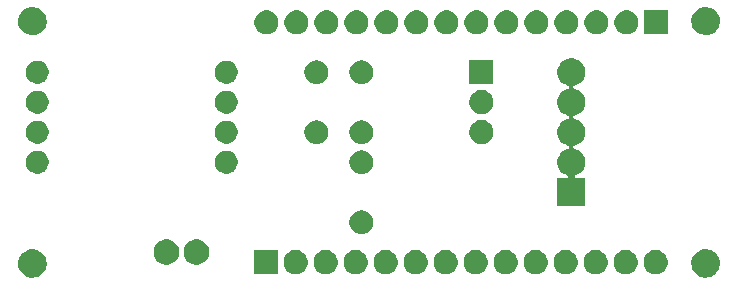
<source format=gbs>
G04 #@! TF.GenerationSoftware,KiCad,Pcbnew,(5.1.6)-1*
G04 #@! TF.CreationDate,2020-05-27T17:56:15-07:00*
G04 #@! TF.ProjectId,MKRShield_v1,4d4b5253-6869-4656-9c64-5f76312e6b69,0.1*
G04 #@! TF.SameCoordinates,Original*
G04 #@! TF.FileFunction,Soldermask,Bot*
G04 #@! TF.FilePolarity,Negative*
%FSLAX46Y46*%
G04 Gerber Fmt 4.6, Leading zero omitted, Abs format (unit mm)*
G04 Created by KiCad (PCBNEW (5.1.6)-1) date 2020-05-27 17:56:15*
%MOMM*%
%LPD*%
G01*
G04 APERTURE LIST*
%ADD10C,0.100000*%
G04 APERTURE END LIST*
D10*
G36*
X116937479Y-116460100D02*
G01*
X117172855Y-116436917D01*
X117399187Y-116368261D01*
X117607774Y-116256768D01*
X117790603Y-116106724D01*
X117940647Y-115923895D01*
X118052140Y-115715308D01*
X118143979Y-115253600D01*
X118120796Y-115018224D01*
X118052140Y-114791892D01*
X117940647Y-114583305D01*
X117790603Y-114400476D01*
X117607774Y-114250432D01*
X117399187Y-114138939D01*
X116937479Y-114047100D01*
X116702103Y-114070283D01*
X116475771Y-114138939D01*
X116267184Y-114250432D01*
X116084355Y-114400476D01*
X115934311Y-114583305D01*
X115822818Y-114791892D01*
X115730979Y-115253600D01*
X115754162Y-115488976D01*
X115822818Y-115715308D01*
X115934311Y-115923895D01*
X116084355Y-116106724D01*
X116267184Y-116256768D01*
X116475771Y-116368261D01*
X116937479Y-116460100D01*
G37*
G36*
X116937479Y-95960100D02*
G01*
X117172855Y-95936917D01*
X117399187Y-95868261D01*
X117607774Y-95756768D01*
X117790603Y-95606724D01*
X117940647Y-95423895D01*
X118052140Y-95215308D01*
X118143979Y-94753600D01*
X118120796Y-94518224D01*
X118052140Y-94291892D01*
X117940647Y-94083305D01*
X117790603Y-93900476D01*
X117607774Y-93750432D01*
X117399187Y-93638939D01*
X116937479Y-93547100D01*
X116702103Y-93570283D01*
X116475771Y-93638939D01*
X116267184Y-93750432D01*
X116084355Y-93900476D01*
X115934311Y-94083305D01*
X115822818Y-94291892D01*
X115730979Y-94753600D01*
X115754162Y-94988976D01*
X115822818Y-95215308D01*
X115934311Y-95423895D01*
X116084355Y-95606724D01*
X116267184Y-95756768D01*
X116475771Y-95868261D01*
X116937479Y-95960100D01*
G37*
G36*
X173937479Y-95960100D02*
G01*
X174172855Y-95936917D01*
X174399187Y-95868261D01*
X174607774Y-95756768D01*
X174790603Y-95606724D01*
X174940647Y-95423895D01*
X175052140Y-95215308D01*
X175143979Y-94753600D01*
X175120796Y-94518224D01*
X175052140Y-94291892D01*
X174940647Y-94083305D01*
X174790603Y-93900476D01*
X174607774Y-93750432D01*
X174399187Y-93638939D01*
X173937479Y-93547100D01*
X173702103Y-93570283D01*
X173475771Y-93638939D01*
X173267184Y-93750432D01*
X173084355Y-93900476D01*
X172934311Y-94083305D01*
X172822818Y-94291892D01*
X172730979Y-94753600D01*
X172754162Y-94988976D01*
X172822818Y-95215308D01*
X172934311Y-95423895D01*
X173084355Y-95606724D01*
X173267184Y-95756768D01*
X173475771Y-95868261D01*
X173937479Y-95960100D01*
G37*
G36*
X173937479Y-116460100D02*
G01*
X174172855Y-116436917D01*
X174399187Y-116368261D01*
X174607774Y-116256768D01*
X174790603Y-116106724D01*
X174940647Y-115923895D01*
X175052140Y-115715308D01*
X175143979Y-115253600D01*
X175120796Y-115018224D01*
X175052140Y-114791892D01*
X174940647Y-114583305D01*
X174790603Y-114400476D01*
X174607774Y-114250432D01*
X174399187Y-114138939D01*
X173937479Y-114047100D01*
X173702103Y-114070283D01*
X173475771Y-114138939D01*
X173267184Y-114250432D01*
X173084355Y-114400476D01*
X172934311Y-114583305D01*
X172822818Y-114791892D01*
X172730979Y-115253600D01*
X172754162Y-115488976D01*
X172822818Y-115715308D01*
X172934311Y-115923895D01*
X173084355Y-116106724D01*
X173267184Y-116256768D01*
X173475771Y-116368261D01*
X173937479Y-116460100D01*
G37*
G36*
X162256963Y-114138130D02*
G01*
X162388982Y-114164390D01*
X162575520Y-114241656D01*
X162743400Y-114353830D01*
X162886170Y-114496600D01*
X162998344Y-114664480D01*
X163075610Y-114851018D01*
X163075610Y-114851020D01*
X163115000Y-115049045D01*
X163115000Y-115250955D01*
X163101870Y-115316963D01*
X163075610Y-115448982D01*
X162998344Y-115635520D01*
X162886170Y-115803400D01*
X162743400Y-115946170D01*
X162575520Y-116058344D01*
X162388982Y-116135610D01*
X162256963Y-116161870D01*
X162190955Y-116175000D01*
X161989045Y-116175000D01*
X161923037Y-116161870D01*
X161791018Y-116135610D01*
X161604480Y-116058344D01*
X161436600Y-115946170D01*
X161293830Y-115803400D01*
X161181656Y-115635520D01*
X161104390Y-115448982D01*
X161078130Y-115316963D01*
X161065000Y-115250955D01*
X161065000Y-115049045D01*
X161104390Y-114851020D01*
X161104390Y-114851018D01*
X161181656Y-114664480D01*
X161293830Y-114496600D01*
X161436600Y-114353830D01*
X161604480Y-114241656D01*
X161791018Y-114164390D01*
X161923037Y-114138130D01*
X161989045Y-114125000D01*
X162190955Y-114125000D01*
X162256963Y-114138130D01*
G37*
G36*
X167336963Y-114138130D02*
G01*
X167468982Y-114164390D01*
X167655520Y-114241656D01*
X167823400Y-114353830D01*
X167966170Y-114496600D01*
X168078344Y-114664480D01*
X168155610Y-114851018D01*
X168155610Y-114851020D01*
X168195000Y-115049045D01*
X168195000Y-115250955D01*
X168181870Y-115316963D01*
X168155610Y-115448982D01*
X168078344Y-115635520D01*
X167966170Y-115803400D01*
X167823400Y-115946170D01*
X167655520Y-116058344D01*
X167468982Y-116135610D01*
X167336963Y-116161870D01*
X167270955Y-116175000D01*
X167069045Y-116175000D01*
X167003037Y-116161870D01*
X166871018Y-116135610D01*
X166684480Y-116058344D01*
X166516600Y-115946170D01*
X166373830Y-115803400D01*
X166261656Y-115635520D01*
X166184390Y-115448982D01*
X166158130Y-115316963D01*
X166145000Y-115250955D01*
X166145000Y-115049045D01*
X166184390Y-114851020D01*
X166184390Y-114851018D01*
X166261656Y-114664480D01*
X166373830Y-114496600D01*
X166516600Y-114353830D01*
X166684480Y-114241656D01*
X166871018Y-114164390D01*
X167003037Y-114138130D01*
X167069045Y-114125000D01*
X167270955Y-114125000D01*
X167336963Y-114138130D01*
G37*
G36*
X164796963Y-114138130D02*
G01*
X164928982Y-114164390D01*
X165115520Y-114241656D01*
X165283400Y-114353830D01*
X165426170Y-114496600D01*
X165538344Y-114664480D01*
X165615610Y-114851018D01*
X165615610Y-114851020D01*
X165655000Y-115049045D01*
X165655000Y-115250955D01*
X165641870Y-115316963D01*
X165615610Y-115448982D01*
X165538344Y-115635520D01*
X165426170Y-115803400D01*
X165283400Y-115946170D01*
X165115520Y-116058344D01*
X164928982Y-116135610D01*
X164796963Y-116161870D01*
X164730955Y-116175000D01*
X164529045Y-116175000D01*
X164463037Y-116161870D01*
X164331018Y-116135610D01*
X164144480Y-116058344D01*
X163976600Y-115946170D01*
X163833830Y-115803400D01*
X163721656Y-115635520D01*
X163644390Y-115448982D01*
X163618130Y-115316963D01*
X163605000Y-115250955D01*
X163605000Y-115049045D01*
X163644390Y-114851020D01*
X163644390Y-114851018D01*
X163721656Y-114664480D01*
X163833830Y-114496600D01*
X163976600Y-114353830D01*
X164144480Y-114241656D01*
X164331018Y-114164390D01*
X164463037Y-114138130D01*
X164529045Y-114125000D01*
X164730955Y-114125000D01*
X164796963Y-114138130D01*
G37*
G36*
X159716963Y-114138130D02*
G01*
X159848982Y-114164390D01*
X160035520Y-114241656D01*
X160203400Y-114353830D01*
X160346170Y-114496600D01*
X160458344Y-114664480D01*
X160535610Y-114851018D01*
X160535610Y-114851020D01*
X160575000Y-115049045D01*
X160575000Y-115250955D01*
X160561870Y-115316963D01*
X160535610Y-115448982D01*
X160458344Y-115635520D01*
X160346170Y-115803400D01*
X160203400Y-115946170D01*
X160035520Y-116058344D01*
X159848982Y-116135610D01*
X159716963Y-116161870D01*
X159650955Y-116175000D01*
X159449045Y-116175000D01*
X159383037Y-116161870D01*
X159251018Y-116135610D01*
X159064480Y-116058344D01*
X158896600Y-115946170D01*
X158753830Y-115803400D01*
X158641656Y-115635520D01*
X158564390Y-115448982D01*
X158538130Y-115316963D01*
X158525000Y-115250955D01*
X158525000Y-115049045D01*
X158564390Y-114851020D01*
X158564390Y-114851018D01*
X158641656Y-114664480D01*
X158753830Y-114496600D01*
X158896600Y-114353830D01*
X159064480Y-114241656D01*
X159251018Y-114164390D01*
X159383037Y-114138130D01*
X159449045Y-114125000D01*
X159650955Y-114125000D01*
X159716963Y-114138130D01*
G37*
G36*
X157176963Y-114138130D02*
G01*
X157308982Y-114164390D01*
X157495520Y-114241656D01*
X157663400Y-114353830D01*
X157806170Y-114496600D01*
X157918344Y-114664480D01*
X157995610Y-114851018D01*
X157995610Y-114851020D01*
X158035000Y-115049045D01*
X158035000Y-115250955D01*
X158021870Y-115316963D01*
X157995610Y-115448982D01*
X157918344Y-115635520D01*
X157806170Y-115803400D01*
X157663400Y-115946170D01*
X157495520Y-116058344D01*
X157308982Y-116135610D01*
X157176963Y-116161870D01*
X157110955Y-116175000D01*
X156909045Y-116175000D01*
X156843037Y-116161870D01*
X156711018Y-116135610D01*
X156524480Y-116058344D01*
X156356600Y-115946170D01*
X156213830Y-115803400D01*
X156101656Y-115635520D01*
X156024390Y-115448982D01*
X155998130Y-115316963D01*
X155985000Y-115250955D01*
X155985000Y-115049045D01*
X156024390Y-114851020D01*
X156024390Y-114851018D01*
X156101656Y-114664480D01*
X156213830Y-114496600D01*
X156356600Y-114353830D01*
X156524480Y-114241656D01*
X156711018Y-114164390D01*
X156843037Y-114138130D01*
X156909045Y-114125000D01*
X157110955Y-114125000D01*
X157176963Y-114138130D01*
G37*
G36*
X154636963Y-114138130D02*
G01*
X154768982Y-114164390D01*
X154955520Y-114241656D01*
X155123400Y-114353830D01*
X155266170Y-114496600D01*
X155378344Y-114664480D01*
X155455610Y-114851018D01*
X155455610Y-114851020D01*
X155495000Y-115049045D01*
X155495000Y-115250955D01*
X155481870Y-115316963D01*
X155455610Y-115448982D01*
X155378344Y-115635520D01*
X155266170Y-115803400D01*
X155123400Y-115946170D01*
X154955520Y-116058344D01*
X154768982Y-116135610D01*
X154636963Y-116161870D01*
X154570955Y-116175000D01*
X154369045Y-116175000D01*
X154303037Y-116161870D01*
X154171018Y-116135610D01*
X153984480Y-116058344D01*
X153816600Y-115946170D01*
X153673830Y-115803400D01*
X153561656Y-115635520D01*
X153484390Y-115448982D01*
X153458130Y-115316963D01*
X153445000Y-115250955D01*
X153445000Y-115049045D01*
X153484390Y-114851020D01*
X153484390Y-114851018D01*
X153561656Y-114664480D01*
X153673830Y-114496600D01*
X153816600Y-114353830D01*
X153984480Y-114241656D01*
X154171018Y-114164390D01*
X154303037Y-114138130D01*
X154369045Y-114125000D01*
X154570955Y-114125000D01*
X154636963Y-114138130D01*
G37*
G36*
X152096963Y-114138130D02*
G01*
X152228982Y-114164390D01*
X152415520Y-114241656D01*
X152583400Y-114353830D01*
X152726170Y-114496600D01*
X152838344Y-114664480D01*
X152915610Y-114851018D01*
X152915610Y-114851020D01*
X152955000Y-115049045D01*
X152955000Y-115250955D01*
X152941870Y-115316963D01*
X152915610Y-115448982D01*
X152838344Y-115635520D01*
X152726170Y-115803400D01*
X152583400Y-115946170D01*
X152415520Y-116058344D01*
X152228982Y-116135610D01*
X152096963Y-116161870D01*
X152030955Y-116175000D01*
X151829045Y-116175000D01*
X151763037Y-116161870D01*
X151631018Y-116135610D01*
X151444480Y-116058344D01*
X151276600Y-115946170D01*
X151133830Y-115803400D01*
X151021656Y-115635520D01*
X150944390Y-115448982D01*
X150918130Y-115316963D01*
X150905000Y-115250955D01*
X150905000Y-115049045D01*
X150944390Y-114851020D01*
X150944390Y-114851018D01*
X151021656Y-114664480D01*
X151133830Y-114496600D01*
X151276600Y-114353830D01*
X151444480Y-114241656D01*
X151631018Y-114164390D01*
X151763037Y-114138130D01*
X151829045Y-114125000D01*
X152030955Y-114125000D01*
X152096963Y-114138130D01*
G37*
G36*
X147016963Y-114138130D02*
G01*
X147148982Y-114164390D01*
X147335520Y-114241656D01*
X147503400Y-114353830D01*
X147646170Y-114496600D01*
X147758344Y-114664480D01*
X147835610Y-114851018D01*
X147835610Y-114851020D01*
X147875000Y-115049045D01*
X147875000Y-115250955D01*
X147861870Y-115316963D01*
X147835610Y-115448982D01*
X147758344Y-115635520D01*
X147646170Y-115803400D01*
X147503400Y-115946170D01*
X147335520Y-116058344D01*
X147148982Y-116135610D01*
X147016963Y-116161870D01*
X146950955Y-116175000D01*
X146749045Y-116175000D01*
X146683037Y-116161870D01*
X146551018Y-116135610D01*
X146364480Y-116058344D01*
X146196600Y-115946170D01*
X146053830Y-115803400D01*
X145941656Y-115635520D01*
X145864390Y-115448982D01*
X145838130Y-115316963D01*
X145825000Y-115250955D01*
X145825000Y-115049045D01*
X145864390Y-114851020D01*
X145864390Y-114851018D01*
X145941656Y-114664480D01*
X146053830Y-114496600D01*
X146196600Y-114353830D01*
X146364480Y-114241656D01*
X146551018Y-114164390D01*
X146683037Y-114138130D01*
X146749045Y-114125000D01*
X146950955Y-114125000D01*
X147016963Y-114138130D01*
G37*
G36*
X169876963Y-114138130D02*
G01*
X170008982Y-114164390D01*
X170195520Y-114241656D01*
X170363400Y-114353830D01*
X170506170Y-114496600D01*
X170618344Y-114664480D01*
X170695610Y-114851018D01*
X170695610Y-114851020D01*
X170735000Y-115049045D01*
X170735000Y-115250955D01*
X170721870Y-115316963D01*
X170695610Y-115448982D01*
X170618344Y-115635520D01*
X170506170Y-115803400D01*
X170363400Y-115946170D01*
X170195520Y-116058344D01*
X170008982Y-116135610D01*
X169876963Y-116161870D01*
X169810955Y-116175000D01*
X169609045Y-116175000D01*
X169543037Y-116161870D01*
X169411018Y-116135610D01*
X169224480Y-116058344D01*
X169056600Y-115946170D01*
X168913830Y-115803400D01*
X168801656Y-115635520D01*
X168724390Y-115448982D01*
X168698130Y-115316963D01*
X168685000Y-115250955D01*
X168685000Y-115049045D01*
X168724390Y-114851020D01*
X168724390Y-114851018D01*
X168801656Y-114664480D01*
X168913830Y-114496600D01*
X169056600Y-114353830D01*
X169224480Y-114241656D01*
X169411018Y-114164390D01*
X169543037Y-114138130D01*
X169609045Y-114125000D01*
X169810955Y-114125000D01*
X169876963Y-114138130D01*
G37*
G36*
X137715000Y-116175000D02*
G01*
X135665000Y-116175000D01*
X135665000Y-114125000D01*
X137715000Y-114125000D01*
X137715000Y-116175000D01*
G37*
G36*
X139396963Y-114138130D02*
G01*
X139528982Y-114164390D01*
X139715520Y-114241656D01*
X139883400Y-114353830D01*
X140026170Y-114496600D01*
X140138344Y-114664480D01*
X140215610Y-114851018D01*
X140215610Y-114851020D01*
X140255000Y-115049045D01*
X140255000Y-115250955D01*
X140241870Y-115316963D01*
X140215610Y-115448982D01*
X140138344Y-115635520D01*
X140026170Y-115803400D01*
X139883400Y-115946170D01*
X139715520Y-116058344D01*
X139528982Y-116135610D01*
X139396963Y-116161870D01*
X139330955Y-116175000D01*
X139129045Y-116175000D01*
X139063037Y-116161870D01*
X138931018Y-116135610D01*
X138744480Y-116058344D01*
X138576600Y-115946170D01*
X138433830Y-115803400D01*
X138321656Y-115635520D01*
X138244390Y-115448982D01*
X138218130Y-115316963D01*
X138205000Y-115250955D01*
X138205000Y-115049045D01*
X138244390Y-114851020D01*
X138244390Y-114851018D01*
X138321656Y-114664480D01*
X138433830Y-114496600D01*
X138576600Y-114353830D01*
X138744480Y-114241656D01*
X138931018Y-114164390D01*
X139063037Y-114138130D01*
X139129045Y-114125000D01*
X139330955Y-114125000D01*
X139396963Y-114138130D01*
G37*
G36*
X141936963Y-114138130D02*
G01*
X142068982Y-114164390D01*
X142255520Y-114241656D01*
X142423400Y-114353830D01*
X142566170Y-114496600D01*
X142678344Y-114664480D01*
X142755610Y-114851018D01*
X142755610Y-114851020D01*
X142795000Y-115049045D01*
X142795000Y-115250955D01*
X142781870Y-115316963D01*
X142755610Y-115448982D01*
X142678344Y-115635520D01*
X142566170Y-115803400D01*
X142423400Y-115946170D01*
X142255520Y-116058344D01*
X142068982Y-116135610D01*
X141936963Y-116161870D01*
X141870955Y-116175000D01*
X141669045Y-116175000D01*
X141603037Y-116161870D01*
X141471018Y-116135610D01*
X141284480Y-116058344D01*
X141116600Y-115946170D01*
X140973830Y-115803400D01*
X140861656Y-115635520D01*
X140784390Y-115448982D01*
X140758130Y-115316963D01*
X140745000Y-115250955D01*
X140745000Y-115049045D01*
X140784390Y-114851020D01*
X140784390Y-114851018D01*
X140861656Y-114664480D01*
X140973830Y-114496600D01*
X141116600Y-114353830D01*
X141284480Y-114241656D01*
X141471018Y-114164390D01*
X141603037Y-114138130D01*
X141669045Y-114125000D01*
X141870955Y-114125000D01*
X141936963Y-114138130D01*
G37*
G36*
X144476963Y-114138130D02*
G01*
X144608982Y-114164390D01*
X144795520Y-114241656D01*
X144963400Y-114353830D01*
X145106170Y-114496600D01*
X145218344Y-114664480D01*
X145295610Y-114851018D01*
X145295610Y-114851020D01*
X145335000Y-115049045D01*
X145335000Y-115250955D01*
X145321870Y-115316963D01*
X145295610Y-115448982D01*
X145218344Y-115635520D01*
X145106170Y-115803400D01*
X144963400Y-115946170D01*
X144795520Y-116058344D01*
X144608982Y-116135610D01*
X144476963Y-116161870D01*
X144410955Y-116175000D01*
X144209045Y-116175000D01*
X144143037Y-116161870D01*
X144011018Y-116135610D01*
X143824480Y-116058344D01*
X143656600Y-115946170D01*
X143513830Y-115803400D01*
X143401656Y-115635520D01*
X143324390Y-115448982D01*
X143298130Y-115316963D01*
X143285000Y-115250955D01*
X143285000Y-115049045D01*
X143324390Y-114851020D01*
X143324390Y-114851018D01*
X143401656Y-114664480D01*
X143513830Y-114496600D01*
X143656600Y-114353830D01*
X143824480Y-114241656D01*
X144011018Y-114164390D01*
X144143037Y-114138130D01*
X144209045Y-114125000D01*
X144410955Y-114125000D01*
X144476963Y-114138130D01*
G37*
G36*
X149556963Y-114138130D02*
G01*
X149688982Y-114164390D01*
X149875520Y-114241656D01*
X150043400Y-114353830D01*
X150186170Y-114496600D01*
X150298344Y-114664480D01*
X150375610Y-114851018D01*
X150375610Y-114851020D01*
X150415000Y-115049045D01*
X150415000Y-115250955D01*
X150401870Y-115316963D01*
X150375610Y-115448982D01*
X150298344Y-115635520D01*
X150186170Y-115803400D01*
X150043400Y-115946170D01*
X149875520Y-116058344D01*
X149688982Y-116135610D01*
X149556963Y-116161870D01*
X149490955Y-116175000D01*
X149289045Y-116175000D01*
X149223037Y-116161870D01*
X149091018Y-116135610D01*
X148904480Y-116058344D01*
X148736600Y-115946170D01*
X148593830Y-115803400D01*
X148481656Y-115635520D01*
X148404390Y-115448982D01*
X148378130Y-115316963D01*
X148365000Y-115250955D01*
X148365000Y-115049045D01*
X148404390Y-114851020D01*
X148404390Y-114851018D01*
X148481656Y-114664480D01*
X148593830Y-114496600D01*
X148736600Y-114353830D01*
X148904480Y-114241656D01*
X149091018Y-114164390D01*
X149223037Y-114138130D01*
X149289045Y-114125000D01*
X149490955Y-114125000D01*
X149556963Y-114138130D01*
G37*
G36*
X131124295Y-113263907D02*
G01*
X131320388Y-113345132D01*
X131496866Y-113463051D01*
X131646949Y-113613134D01*
X131764868Y-113789612D01*
X131846093Y-113985705D01*
X131887500Y-114193875D01*
X131887500Y-114406125D01*
X131846093Y-114614295D01*
X131764868Y-114810388D01*
X131646949Y-114986866D01*
X131496866Y-115136949D01*
X131320388Y-115254868D01*
X131124295Y-115336093D01*
X130916125Y-115377500D01*
X130703875Y-115377500D01*
X130495705Y-115336093D01*
X130299612Y-115254868D01*
X130123134Y-115136949D01*
X129973051Y-114986866D01*
X129855132Y-114810388D01*
X129773907Y-114614295D01*
X129732500Y-114406125D01*
X129732500Y-114193875D01*
X129773907Y-113985705D01*
X129855132Y-113789612D01*
X129973051Y-113613134D01*
X130123134Y-113463051D01*
X130299612Y-113345132D01*
X130495705Y-113263907D01*
X130703875Y-113222500D01*
X130916125Y-113222500D01*
X131124295Y-113263907D01*
G37*
G36*
X128584295Y-113263907D02*
G01*
X128780388Y-113345132D01*
X128956866Y-113463051D01*
X129106949Y-113613134D01*
X129224868Y-113789612D01*
X129306093Y-113985705D01*
X129347500Y-114193875D01*
X129347500Y-114406125D01*
X129306093Y-114614295D01*
X129224868Y-114810388D01*
X129106949Y-114986866D01*
X128956866Y-115136949D01*
X128780388Y-115254868D01*
X128584295Y-115336093D01*
X128376125Y-115377500D01*
X128163875Y-115377500D01*
X127955705Y-115336093D01*
X127759612Y-115254868D01*
X127583134Y-115136949D01*
X127433051Y-114986866D01*
X127315132Y-114810388D01*
X127233907Y-114614295D01*
X127192500Y-114406125D01*
X127192500Y-114193875D01*
X127233907Y-113985705D01*
X127315132Y-113789612D01*
X127433051Y-113613134D01*
X127583134Y-113463051D01*
X127759612Y-113345132D01*
X127955705Y-113263907D01*
X128163875Y-113222500D01*
X128376125Y-113222500D01*
X128584295Y-113263907D01*
G37*
G36*
X145007290Y-110785619D02*
G01*
X145071689Y-110798429D01*
X145253678Y-110873811D01*
X145417463Y-110983249D01*
X145556751Y-111122537D01*
X145666189Y-111286322D01*
X145741571Y-111468311D01*
X145780000Y-111661509D01*
X145780000Y-111858491D01*
X145741571Y-112051689D01*
X145666189Y-112233678D01*
X145556751Y-112397463D01*
X145417463Y-112536751D01*
X145253678Y-112646189D01*
X145071689Y-112721571D01*
X145007290Y-112734381D01*
X144878493Y-112760000D01*
X144681507Y-112760000D01*
X144552710Y-112734381D01*
X144488311Y-112721571D01*
X144306322Y-112646189D01*
X144142537Y-112536751D01*
X144003249Y-112397463D01*
X143893811Y-112233678D01*
X143818429Y-112051689D01*
X143780000Y-111858491D01*
X143780000Y-111661509D01*
X143818429Y-111468311D01*
X143893811Y-111286322D01*
X144003249Y-111122537D01*
X144142537Y-110983249D01*
X144306322Y-110873811D01*
X144488311Y-110798429D01*
X144552710Y-110785619D01*
X144681507Y-110760000D01*
X144878493Y-110760000D01*
X145007290Y-110785619D01*
G37*
G36*
X162902734Y-97930154D02*
G01*
X163116569Y-98018728D01*
X163116571Y-98018729D01*
X163309019Y-98147318D01*
X163472682Y-98310981D01*
X163547222Y-98422539D01*
X163601272Y-98503431D01*
X163689846Y-98717266D01*
X163735000Y-98944271D01*
X163735000Y-99175729D01*
X163689846Y-99402734D01*
X163601272Y-99616569D01*
X163601271Y-99616571D01*
X163472682Y-99809019D01*
X163309019Y-99972682D01*
X163116571Y-100101271D01*
X163116570Y-100101272D01*
X163116569Y-100101272D01*
X162902734Y-100189846D01*
X162814469Y-100207403D01*
X162791020Y-100214516D01*
X162769409Y-100226067D01*
X162750467Y-100241612D01*
X162734922Y-100260554D01*
X162723371Y-100282165D01*
X162716258Y-100305614D01*
X162713856Y-100330000D01*
X162716258Y-100354386D01*
X162723371Y-100377835D01*
X162734922Y-100399446D01*
X162750467Y-100418388D01*
X162769409Y-100433933D01*
X162791020Y-100445484D01*
X162814469Y-100452597D01*
X162902734Y-100470154D01*
X163116569Y-100558728D01*
X163116571Y-100558729D01*
X163309019Y-100687318D01*
X163472682Y-100850981D01*
X163536572Y-100946600D01*
X163601272Y-101043431D01*
X163689846Y-101257266D01*
X163735000Y-101484271D01*
X163735000Y-101715729D01*
X163689846Y-101942734D01*
X163601272Y-102156569D01*
X163601271Y-102156571D01*
X163472682Y-102349019D01*
X163309019Y-102512682D01*
X163116571Y-102641271D01*
X163116570Y-102641272D01*
X163116569Y-102641272D01*
X162902734Y-102729846D01*
X162814469Y-102747403D01*
X162791020Y-102754516D01*
X162769409Y-102766067D01*
X162750467Y-102781612D01*
X162734922Y-102800554D01*
X162723371Y-102822165D01*
X162716258Y-102845614D01*
X162713856Y-102870000D01*
X162716258Y-102894386D01*
X162723371Y-102917835D01*
X162734922Y-102939446D01*
X162750467Y-102958388D01*
X162769409Y-102973933D01*
X162791020Y-102985484D01*
X162814469Y-102992597D01*
X162902734Y-103010154D01*
X163116569Y-103098728D01*
X163116571Y-103098729D01*
X163309019Y-103227318D01*
X163472682Y-103390981D01*
X163547222Y-103502539D01*
X163601272Y-103583431D01*
X163689846Y-103797266D01*
X163735000Y-104024271D01*
X163735000Y-104255729D01*
X163689846Y-104482734D01*
X163601272Y-104696569D01*
X163601271Y-104696571D01*
X163472682Y-104889019D01*
X163309019Y-105052682D01*
X163116571Y-105181271D01*
X163116570Y-105181272D01*
X163116569Y-105181272D01*
X162902734Y-105269846D01*
X162814469Y-105287403D01*
X162791020Y-105294516D01*
X162769409Y-105306067D01*
X162750467Y-105321612D01*
X162734922Y-105340554D01*
X162723371Y-105362165D01*
X162716258Y-105385614D01*
X162713856Y-105410000D01*
X162716258Y-105434386D01*
X162723371Y-105457835D01*
X162734922Y-105479446D01*
X162750467Y-105498388D01*
X162769409Y-105513933D01*
X162791020Y-105525484D01*
X162814469Y-105532597D01*
X162902734Y-105550154D01*
X163116569Y-105638728D01*
X163116571Y-105638729D01*
X163309019Y-105767318D01*
X163472682Y-105930981D01*
X163547222Y-106042539D01*
X163601272Y-106123431D01*
X163689846Y-106337266D01*
X163735000Y-106564271D01*
X163735000Y-106795729D01*
X163689846Y-107022734D01*
X163601272Y-107236569D01*
X163601271Y-107236571D01*
X163472682Y-107429019D01*
X163309019Y-107592682D01*
X163116571Y-107721271D01*
X163116570Y-107721272D01*
X163116569Y-107721272D01*
X162915600Y-107804517D01*
X162893989Y-107816068D01*
X162875047Y-107831614D01*
X162859502Y-107850556D01*
X162847951Y-107872166D01*
X162840838Y-107895615D01*
X162838436Y-107920001D01*
X162840838Y-107944387D01*
X162847951Y-107967836D01*
X162859502Y-107989447D01*
X162875048Y-108008389D01*
X162893990Y-108023934D01*
X162915600Y-108035485D01*
X162939049Y-108042598D01*
X162963435Y-108045000D01*
X163735000Y-108045000D01*
X163735000Y-110395000D01*
X161385000Y-110395000D01*
X161385000Y-108045000D01*
X162156565Y-108045000D01*
X162180951Y-108042598D01*
X162204400Y-108035485D01*
X162226011Y-108023934D01*
X162244953Y-108008389D01*
X162260498Y-107989447D01*
X162272049Y-107967836D01*
X162279162Y-107944387D01*
X162281564Y-107920001D01*
X162279162Y-107895615D01*
X162272049Y-107872166D01*
X162260498Y-107850555D01*
X162244953Y-107831613D01*
X162226011Y-107816068D01*
X162204400Y-107804517D01*
X162003431Y-107721272D01*
X162003430Y-107721272D01*
X162003429Y-107721271D01*
X161810981Y-107592682D01*
X161647318Y-107429019D01*
X161518729Y-107236571D01*
X161518728Y-107236569D01*
X161430154Y-107022734D01*
X161385000Y-106795729D01*
X161385000Y-106564271D01*
X161430154Y-106337266D01*
X161518728Y-106123431D01*
X161572778Y-106042539D01*
X161647318Y-105930981D01*
X161810981Y-105767318D01*
X162003429Y-105638729D01*
X162003431Y-105638728D01*
X162217266Y-105550154D01*
X162305531Y-105532597D01*
X162328980Y-105525484D01*
X162350591Y-105513933D01*
X162369533Y-105498388D01*
X162385078Y-105479446D01*
X162396629Y-105457835D01*
X162403742Y-105434386D01*
X162406144Y-105410000D01*
X162403742Y-105385614D01*
X162396629Y-105362165D01*
X162385078Y-105340554D01*
X162369533Y-105321612D01*
X162350591Y-105306067D01*
X162328980Y-105294516D01*
X162305531Y-105287403D01*
X162217266Y-105269846D01*
X162003431Y-105181272D01*
X162003430Y-105181272D01*
X162003429Y-105181271D01*
X161810981Y-105052682D01*
X161647318Y-104889019D01*
X161518729Y-104696571D01*
X161518728Y-104696569D01*
X161430154Y-104482734D01*
X161385000Y-104255729D01*
X161385000Y-104024271D01*
X161430154Y-103797266D01*
X161518728Y-103583431D01*
X161572778Y-103502539D01*
X161647318Y-103390981D01*
X161810981Y-103227318D01*
X162003429Y-103098729D01*
X162003431Y-103098728D01*
X162217266Y-103010154D01*
X162305531Y-102992597D01*
X162328980Y-102985484D01*
X162350591Y-102973933D01*
X162369533Y-102958388D01*
X162385078Y-102939446D01*
X162396629Y-102917835D01*
X162403742Y-102894386D01*
X162406144Y-102870000D01*
X162403742Y-102845614D01*
X162396629Y-102822165D01*
X162385078Y-102800554D01*
X162369533Y-102781612D01*
X162350591Y-102766067D01*
X162328980Y-102754516D01*
X162305531Y-102747403D01*
X162217266Y-102729846D01*
X162003431Y-102641272D01*
X162003430Y-102641272D01*
X162003429Y-102641271D01*
X161810981Y-102512682D01*
X161647318Y-102349019D01*
X161518729Y-102156571D01*
X161518728Y-102156569D01*
X161430154Y-101942734D01*
X161385000Y-101715729D01*
X161385000Y-101484271D01*
X161430154Y-101257266D01*
X161518728Y-101043431D01*
X161583428Y-100946600D01*
X161647318Y-100850981D01*
X161810981Y-100687318D01*
X162003429Y-100558729D01*
X162003431Y-100558728D01*
X162217266Y-100470154D01*
X162305531Y-100452597D01*
X162328980Y-100445484D01*
X162350591Y-100433933D01*
X162369533Y-100418388D01*
X162385078Y-100399446D01*
X162396629Y-100377835D01*
X162403742Y-100354386D01*
X162406144Y-100330000D01*
X162403742Y-100305614D01*
X162396629Y-100282165D01*
X162385078Y-100260554D01*
X162369533Y-100241612D01*
X162350591Y-100226067D01*
X162328980Y-100214516D01*
X162305531Y-100207403D01*
X162217266Y-100189846D01*
X162003431Y-100101272D01*
X162003430Y-100101272D01*
X162003429Y-100101271D01*
X161810981Y-99972682D01*
X161647318Y-99809019D01*
X161518729Y-99616571D01*
X161518728Y-99616569D01*
X161430154Y-99402734D01*
X161385000Y-99175729D01*
X161385000Y-98944271D01*
X161430154Y-98717266D01*
X161518728Y-98503431D01*
X161572778Y-98422539D01*
X161647318Y-98310981D01*
X161810981Y-98147318D01*
X162003429Y-98018729D01*
X162003431Y-98018728D01*
X162217266Y-97930154D01*
X162444271Y-97885000D01*
X162675729Y-97885000D01*
X162902734Y-97930154D01*
G37*
G36*
X145007290Y-105705619D02*
G01*
X145071689Y-105718429D01*
X145253678Y-105793811D01*
X145417463Y-105903249D01*
X145556751Y-106042537D01*
X145666189Y-106206322D01*
X145741571Y-106388311D01*
X145754381Y-106452710D01*
X145780000Y-106581507D01*
X145780000Y-106778493D01*
X145754381Y-106907290D01*
X145741571Y-106971689D01*
X145666189Y-107153678D01*
X145556751Y-107317463D01*
X145417463Y-107456751D01*
X145253678Y-107566189D01*
X145071689Y-107641571D01*
X145026799Y-107650500D01*
X144878493Y-107680000D01*
X144681507Y-107680000D01*
X144533201Y-107650500D01*
X144488311Y-107641571D01*
X144306322Y-107566189D01*
X144142537Y-107456751D01*
X144003249Y-107317463D01*
X143893811Y-107153678D01*
X143818429Y-106971689D01*
X143805619Y-106907290D01*
X143780000Y-106778493D01*
X143780000Y-106581507D01*
X143805619Y-106452710D01*
X143818429Y-106388311D01*
X143893811Y-106206322D01*
X144003249Y-106042537D01*
X144142537Y-105903249D01*
X144306322Y-105793811D01*
X144488311Y-105718429D01*
X144552710Y-105705619D01*
X144681507Y-105680000D01*
X144878493Y-105680000D01*
X145007290Y-105705619D01*
G37*
G36*
X133633084Y-105746795D02*
G01*
X133809703Y-105819953D01*
X133809704Y-105819954D01*
X133968658Y-105926163D01*
X134103837Y-106061342D01*
X134103838Y-106061344D01*
X134210047Y-106220297D01*
X134283205Y-106396916D01*
X134320500Y-106584413D01*
X134320500Y-106775587D01*
X134283205Y-106963084D01*
X134210047Y-107139703D01*
X134200709Y-107153678D01*
X134103837Y-107298658D01*
X133968658Y-107433837D01*
X133888641Y-107487302D01*
X133809703Y-107540047D01*
X133633084Y-107613205D01*
X133445587Y-107650500D01*
X133254413Y-107650500D01*
X133066916Y-107613205D01*
X132890297Y-107540047D01*
X132811359Y-107487302D01*
X132731342Y-107433837D01*
X132596163Y-107298658D01*
X132499291Y-107153678D01*
X132489953Y-107139703D01*
X132416795Y-106963084D01*
X132379500Y-106775587D01*
X132379500Y-106584413D01*
X132416795Y-106396916D01*
X132489953Y-106220297D01*
X132596162Y-106061344D01*
X132596163Y-106061342D01*
X132731342Y-105926163D01*
X132890296Y-105819954D01*
X132890297Y-105819953D01*
X133066916Y-105746795D01*
X133254413Y-105709500D01*
X133445587Y-105709500D01*
X133633084Y-105746795D01*
G37*
G36*
X117633084Y-105746795D02*
G01*
X117809703Y-105819953D01*
X117809704Y-105819954D01*
X117968658Y-105926163D01*
X118103837Y-106061342D01*
X118103838Y-106061344D01*
X118210047Y-106220297D01*
X118283205Y-106396916D01*
X118320500Y-106584413D01*
X118320500Y-106775587D01*
X118283205Y-106963084D01*
X118210047Y-107139703D01*
X118200709Y-107153678D01*
X118103837Y-107298658D01*
X117968658Y-107433837D01*
X117888641Y-107487302D01*
X117809703Y-107540047D01*
X117633084Y-107613205D01*
X117445587Y-107650500D01*
X117254413Y-107650500D01*
X117066916Y-107613205D01*
X116890297Y-107540047D01*
X116811359Y-107487302D01*
X116731342Y-107433837D01*
X116596163Y-107298658D01*
X116499291Y-107153678D01*
X116489953Y-107139703D01*
X116416795Y-106963084D01*
X116379500Y-106775587D01*
X116379500Y-106584413D01*
X116416795Y-106396916D01*
X116489953Y-106220297D01*
X116596162Y-106061344D01*
X116596163Y-106061342D01*
X116731342Y-105926163D01*
X116890296Y-105819954D01*
X116890297Y-105819953D01*
X117066916Y-105746795D01*
X117254413Y-105709500D01*
X117445587Y-105709500D01*
X117633084Y-105746795D01*
G37*
G36*
X155106963Y-103128130D02*
G01*
X155238982Y-103154390D01*
X155425520Y-103231656D01*
X155593400Y-103343830D01*
X155736170Y-103486600D01*
X155848344Y-103654480D01*
X155925610Y-103841018D01*
X155928772Y-103856916D01*
X155965000Y-104039045D01*
X155965000Y-104240955D01*
X155962061Y-104255729D01*
X155925610Y-104438982D01*
X155848344Y-104625520D01*
X155736170Y-104793400D01*
X155593400Y-104936170D01*
X155425520Y-105048344D01*
X155238982Y-105125610D01*
X155106963Y-105151870D01*
X155040955Y-105165000D01*
X154839045Y-105165000D01*
X154773037Y-105151870D01*
X154641018Y-105125610D01*
X154454480Y-105048344D01*
X154286600Y-104936170D01*
X154143830Y-104793400D01*
X154031656Y-104625520D01*
X153954390Y-104438982D01*
X153917939Y-104255729D01*
X153915000Y-104240955D01*
X153915000Y-104039045D01*
X153951228Y-103856916D01*
X153954390Y-103841018D01*
X154031656Y-103654480D01*
X154143830Y-103486600D01*
X154286600Y-103343830D01*
X154454480Y-103231656D01*
X154641018Y-103154390D01*
X154773037Y-103128130D01*
X154839045Y-103115000D01*
X155040955Y-103115000D01*
X155106963Y-103128130D01*
G37*
G36*
X145007290Y-103165619D02*
G01*
X145071689Y-103178429D01*
X145253678Y-103253811D01*
X145417463Y-103363249D01*
X145556751Y-103502537D01*
X145666189Y-103666322D01*
X145741571Y-103848311D01*
X145754381Y-103912710D01*
X145780000Y-104041507D01*
X145780000Y-104238493D01*
X145754381Y-104367290D01*
X145741571Y-104431689D01*
X145666189Y-104613678D01*
X145556751Y-104777463D01*
X145417463Y-104916751D01*
X145253678Y-105026189D01*
X145071689Y-105101571D01*
X145026799Y-105110500D01*
X144878493Y-105140000D01*
X144681507Y-105140000D01*
X144533201Y-105110500D01*
X144488311Y-105101571D01*
X144306322Y-105026189D01*
X144142537Y-104916751D01*
X144003249Y-104777463D01*
X143893811Y-104613678D01*
X143818429Y-104431689D01*
X143805619Y-104367290D01*
X143780000Y-104238493D01*
X143780000Y-104041507D01*
X143805619Y-103912710D01*
X143818429Y-103848311D01*
X143893811Y-103666322D01*
X144003249Y-103502537D01*
X144142537Y-103363249D01*
X144306322Y-103253811D01*
X144488311Y-103178429D01*
X144552710Y-103165619D01*
X144681507Y-103140000D01*
X144878493Y-103140000D01*
X145007290Y-103165619D01*
G37*
G36*
X141197290Y-103165619D02*
G01*
X141261689Y-103178429D01*
X141443678Y-103253811D01*
X141607463Y-103363249D01*
X141746751Y-103502537D01*
X141856189Y-103666322D01*
X141931571Y-103848311D01*
X141944381Y-103912710D01*
X141970000Y-104041507D01*
X141970000Y-104238493D01*
X141944381Y-104367290D01*
X141931571Y-104431689D01*
X141856189Y-104613678D01*
X141746751Y-104777463D01*
X141607463Y-104916751D01*
X141443678Y-105026189D01*
X141261689Y-105101571D01*
X141216799Y-105110500D01*
X141068493Y-105140000D01*
X140871507Y-105140000D01*
X140723201Y-105110500D01*
X140678311Y-105101571D01*
X140496322Y-105026189D01*
X140332537Y-104916751D01*
X140193249Y-104777463D01*
X140083811Y-104613678D01*
X140008429Y-104431689D01*
X139995619Y-104367290D01*
X139970000Y-104238493D01*
X139970000Y-104041507D01*
X139995619Y-103912710D01*
X140008429Y-103848311D01*
X140083811Y-103666322D01*
X140193249Y-103502537D01*
X140332537Y-103363249D01*
X140496322Y-103253811D01*
X140678311Y-103178429D01*
X140742710Y-103165619D01*
X140871507Y-103140000D01*
X141068493Y-103140000D01*
X141197290Y-103165619D01*
G37*
G36*
X133633084Y-103206795D02*
G01*
X133809703Y-103279953D01*
X133809704Y-103279954D01*
X133968658Y-103386163D01*
X134103837Y-103521342D01*
X134103838Y-103521344D01*
X134210047Y-103680297D01*
X134283205Y-103856916D01*
X134320500Y-104044413D01*
X134320500Y-104235587D01*
X134283205Y-104423084D01*
X134210047Y-104599703D01*
X134157302Y-104678641D01*
X134103837Y-104758658D01*
X133968658Y-104893837D01*
X133905302Y-104936170D01*
X133809703Y-105000047D01*
X133633084Y-105073205D01*
X133445587Y-105110500D01*
X133254413Y-105110500D01*
X133066916Y-105073205D01*
X132890297Y-105000047D01*
X132794698Y-104936170D01*
X132731342Y-104893837D01*
X132596163Y-104758658D01*
X132542698Y-104678641D01*
X132489953Y-104599703D01*
X132416795Y-104423084D01*
X132379500Y-104235587D01*
X132379500Y-104044413D01*
X132416795Y-103856916D01*
X132489953Y-103680297D01*
X132596162Y-103521344D01*
X132596163Y-103521342D01*
X132731342Y-103386163D01*
X132890296Y-103279954D01*
X132890297Y-103279953D01*
X133066916Y-103206795D01*
X133254413Y-103169500D01*
X133445587Y-103169500D01*
X133633084Y-103206795D01*
G37*
G36*
X117633084Y-103206795D02*
G01*
X117809703Y-103279953D01*
X117809704Y-103279954D01*
X117968658Y-103386163D01*
X118103837Y-103521342D01*
X118103838Y-103521344D01*
X118210047Y-103680297D01*
X118283205Y-103856916D01*
X118320500Y-104044413D01*
X118320500Y-104235587D01*
X118283205Y-104423084D01*
X118210047Y-104599703D01*
X118157302Y-104678641D01*
X118103837Y-104758658D01*
X117968658Y-104893837D01*
X117905302Y-104936170D01*
X117809703Y-105000047D01*
X117633084Y-105073205D01*
X117445587Y-105110500D01*
X117254413Y-105110500D01*
X117066916Y-105073205D01*
X116890297Y-105000047D01*
X116794698Y-104936170D01*
X116731342Y-104893837D01*
X116596163Y-104758658D01*
X116542698Y-104678641D01*
X116489953Y-104599703D01*
X116416795Y-104423084D01*
X116379500Y-104235587D01*
X116379500Y-104044413D01*
X116416795Y-103856916D01*
X116489953Y-103680297D01*
X116596162Y-103521344D01*
X116596163Y-103521342D01*
X116731342Y-103386163D01*
X116890296Y-103279954D01*
X116890297Y-103279953D01*
X117066916Y-103206795D01*
X117254413Y-103169500D01*
X117445587Y-103169500D01*
X117633084Y-103206795D01*
G37*
G36*
X155106963Y-100588130D02*
G01*
X155238982Y-100614390D01*
X155425520Y-100691656D01*
X155593400Y-100803830D01*
X155736170Y-100946600D01*
X155848344Y-101114480D01*
X155925610Y-101301018D01*
X155925610Y-101301020D01*
X155965000Y-101499045D01*
X155965000Y-101700955D01*
X155962061Y-101715729D01*
X155925610Y-101898982D01*
X155848344Y-102085520D01*
X155736170Y-102253400D01*
X155593400Y-102396170D01*
X155425520Y-102508344D01*
X155238982Y-102585610D01*
X155106963Y-102611870D01*
X155040955Y-102625000D01*
X154839045Y-102625000D01*
X154773037Y-102611870D01*
X154641018Y-102585610D01*
X154454480Y-102508344D01*
X154286600Y-102396170D01*
X154143830Y-102253400D01*
X154031656Y-102085520D01*
X153954390Y-101898982D01*
X153917939Y-101715729D01*
X153915000Y-101700955D01*
X153915000Y-101499045D01*
X153954390Y-101301020D01*
X153954390Y-101301018D01*
X154031656Y-101114480D01*
X154143830Y-100946600D01*
X154286600Y-100803830D01*
X154454480Y-100691656D01*
X154641018Y-100614390D01*
X154773037Y-100588130D01*
X154839045Y-100575000D01*
X155040955Y-100575000D01*
X155106963Y-100588130D01*
G37*
G36*
X117633084Y-100666795D02*
G01*
X117809703Y-100739953D01*
X117809704Y-100739954D01*
X117968658Y-100846163D01*
X118103837Y-100981342D01*
X118103838Y-100981344D01*
X118210047Y-101140297D01*
X118283205Y-101316916D01*
X118320500Y-101504413D01*
X118320500Y-101695587D01*
X118283205Y-101883084D01*
X118210047Y-102059703D01*
X118157302Y-102138641D01*
X118103837Y-102218658D01*
X117968658Y-102353837D01*
X117905302Y-102396170D01*
X117809703Y-102460047D01*
X117633084Y-102533205D01*
X117445587Y-102570500D01*
X117254413Y-102570500D01*
X117066916Y-102533205D01*
X116890297Y-102460047D01*
X116794698Y-102396170D01*
X116731342Y-102353837D01*
X116596163Y-102218658D01*
X116542698Y-102138641D01*
X116489953Y-102059703D01*
X116416795Y-101883084D01*
X116379500Y-101695587D01*
X116379500Y-101504413D01*
X116416795Y-101316916D01*
X116489953Y-101140297D01*
X116596162Y-100981344D01*
X116596163Y-100981342D01*
X116731342Y-100846163D01*
X116890296Y-100739954D01*
X116890297Y-100739953D01*
X117066916Y-100666795D01*
X117254413Y-100629500D01*
X117445587Y-100629500D01*
X117633084Y-100666795D01*
G37*
G36*
X133633084Y-100666795D02*
G01*
X133809703Y-100739953D01*
X133809704Y-100739954D01*
X133968658Y-100846163D01*
X134103837Y-100981342D01*
X134103838Y-100981344D01*
X134210047Y-101140297D01*
X134283205Y-101316916D01*
X134320500Y-101504413D01*
X134320500Y-101695587D01*
X134283205Y-101883084D01*
X134210047Y-102059703D01*
X134157302Y-102138641D01*
X134103837Y-102218658D01*
X133968658Y-102353837D01*
X133905302Y-102396170D01*
X133809703Y-102460047D01*
X133633084Y-102533205D01*
X133445587Y-102570500D01*
X133254413Y-102570500D01*
X133066916Y-102533205D01*
X132890297Y-102460047D01*
X132794698Y-102396170D01*
X132731342Y-102353837D01*
X132596163Y-102218658D01*
X132542698Y-102138641D01*
X132489953Y-102059703D01*
X132416795Y-101883084D01*
X132379500Y-101695587D01*
X132379500Y-101504413D01*
X132416795Y-101316916D01*
X132489953Y-101140297D01*
X132596162Y-100981344D01*
X132596163Y-100981342D01*
X132731342Y-100846163D01*
X132890296Y-100739954D01*
X132890297Y-100739953D01*
X133066916Y-100666795D01*
X133254413Y-100629500D01*
X133445587Y-100629500D01*
X133633084Y-100666795D01*
G37*
G36*
X155965000Y-100085000D02*
G01*
X153915000Y-100085000D01*
X153915000Y-98035000D01*
X155965000Y-98035000D01*
X155965000Y-100085000D01*
G37*
G36*
X145007290Y-98085619D02*
G01*
X145071689Y-98098429D01*
X145253678Y-98173811D01*
X145417463Y-98283249D01*
X145556751Y-98422537D01*
X145666189Y-98586322D01*
X145741571Y-98768311D01*
X145754381Y-98832710D01*
X145780000Y-98961507D01*
X145780000Y-99158493D01*
X145754381Y-99287290D01*
X145741571Y-99351689D01*
X145666189Y-99533678D01*
X145556751Y-99697463D01*
X145417463Y-99836751D01*
X145253678Y-99946189D01*
X145071689Y-100021571D01*
X145026799Y-100030500D01*
X144878493Y-100060000D01*
X144681507Y-100060000D01*
X144533201Y-100030500D01*
X144488311Y-100021571D01*
X144306322Y-99946189D01*
X144142537Y-99836751D01*
X144003249Y-99697463D01*
X143893811Y-99533678D01*
X143818429Y-99351689D01*
X143805619Y-99287290D01*
X143780000Y-99158493D01*
X143780000Y-98961507D01*
X143805619Y-98832710D01*
X143818429Y-98768311D01*
X143893811Y-98586322D01*
X144003249Y-98422537D01*
X144142537Y-98283249D01*
X144306322Y-98173811D01*
X144488311Y-98098429D01*
X144552710Y-98085619D01*
X144681507Y-98060000D01*
X144878493Y-98060000D01*
X145007290Y-98085619D01*
G37*
G36*
X141197290Y-98085619D02*
G01*
X141261689Y-98098429D01*
X141443678Y-98173811D01*
X141607463Y-98283249D01*
X141746751Y-98422537D01*
X141856189Y-98586322D01*
X141931571Y-98768311D01*
X141944381Y-98832710D01*
X141970000Y-98961507D01*
X141970000Y-99158493D01*
X141944381Y-99287290D01*
X141931571Y-99351689D01*
X141856189Y-99533678D01*
X141746751Y-99697463D01*
X141607463Y-99836751D01*
X141443678Y-99946189D01*
X141261689Y-100021571D01*
X141216799Y-100030500D01*
X141068493Y-100060000D01*
X140871507Y-100060000D01*
X140723201Y-100030500D01*
X140678311Y-100021571D01*
X140496322Y-99946189D01*
X140332537Y-99836751D01*
X140193249Y-99697463D01*
X140083811Y-99533678D01*
X140008429Y-99351689D01*
X139995619Y-99287290D01*
X139970000Y-99158493D01*
X139970000Y-98961507D01*
X139995619Y-98832710D01*
X140008429Y-98768311D01*
X140083811Y-98586322D01*
X140193249Y-98422537D01*
X140332537Y-98283249D01*
X140496322Y-98173811D01*
X140678311Y-98098429D01*
X140742710Y-98085619D01*
X140871507Y-98060000D01*
X141068493Y-98060000D01*
X141197290Y-98085619D01*
G37*
G36*
X133633084Y-98126795D02*
G01*
X133809703Y-98199953D01*
X133809704Y-98199954D01*
X133968658Y-98306163D01*
X134103837Y-98441342D01*
X134103838Y-98441344D01*
X134210047Y-98600297D01*
X134283205Y-98776916D01*
X134320500Y-98964413D01*
X134320500Y-99155587D01*
X134283205Y-99343084D01*
X134210047Y-99519703D01*
X134200709Y-99533678D01*
X134103837Y-99678658D01*
X133968658Y-99813837D01*
X133888641Y-99867302D01*
X133809703Y-99920047D01*
X133633084Y-99993205D01*
X133445587Y-100030500D01*
X133254413Y-100030500D01*
X133066916Y-99993205D01*
X132890297Y-99920047D01*
X132811359Y-99867302D01*
X132731342Y-99813837D01*
X132596163Y-99678658D01*
X132499291Y-99533678D01*
X132489953Y-99519703D01*
X132416795Y-99343084D01*
X132379500Y-99155587D01*
X132379500Y-98964413D01*
X132416795Y-98776916D01*
X132489953Y-98600297D01*
X132596162Y-98441344D01*
X132596163Y-98441342D01*
X132731342Y-98306163D01*
X132890296Y-98199954D01*
X132890297Y-98199953D01*
X133066916Y-98126795D01*
X133254413Y-98089500D01*
X133445587Y-98089500D01*
X133633084Y-98126795D01*
G37*
G36*
X117633084Y-98126795D02*
G01*
X117809703Y-98199953D01*
X117809704Y-98199954D01*
X117968658Y-98306163D01*
X118103837Y-98441342D01*
X118103838Y-98441344D01*
X118210047Y-98600297D01*
X118283205Y-98776916D01*
X118320500Y-98964413D01*
X118320500Y-99155587D01*
X118283205Y-99343084D01*
X118210047Y-99519703D01*
X118200709Y-99533678D01*
X118103837Y-99678658D01*
X117968658Y-99813837D01*
X117888641Y-99867302D01*
X117809703Y-99920047D01*
X117633084Y-99993205D01*
X117445587Y-100030500D01*
X117254413Y-100030500D01*
X117066916Y-99993205D01*
X116890297Y-99920047D01*
X116811359Y-99867302D01*
X116731342Y-99813837D01*
X116596163Y-99678658D01*
X116499291Y-99533678D01*
X116489953Y-99519703D01*
X116416795Y-99343084D01*
X116379500Y-99155587D01*
X116379500Y-98964413D01*
X116416795Y-98776916D01*
X116489953Y-98600297D01*
X116596162Y-98441344D01*
X116596163Y-98441342D01*
X116731342Y-98306163D01*
X116890296Y-98199954D01*
X116890297Y-98199953D01*
X117066916Y-98126795D01*
X117254413Y-98089500D01*
X117445587Y-98089500D01*
X117633084Y-98126795D01*
G37*
G36*
X144526963Y-93838130D02*
G01*
X144658982Y-93864390D01*
X144845520Y-93941656D01*
X145013400Y-94053830D01*
X145156170Y-94196600D01*
X145268344Y-94364480D01*
X145345610Y-94551018D01*
X145385000Y-94749046D01*
X145385000Y-94950954D01*
X145345610Y-95148982D01*
X145268344Y-95335520D01*
X145156170Y-95503400D01*
X145013400Y-95646170D01*
X144845520Y-95758344D01*
X144658982Y-95835610D01*
X144526963Y-95861870D01*
X144460955Y-95875000D01*
X144259045Y-95875000D01*
X144193037Y-95861870D01*
X144061018Y-95835610D01*
X143874480Y-95758344D01*
X143706600Y-95646170D01*
X143563830Y-95503400D01*
X143451656Y-95335520D01*
X143374390Y-95148982D01*
X143335000Y-94950954D01*
X143335000Y-94749046D01*
X143374390Y-94551018D01*
X143451656Y-94364480D01*
X143563830Y-94196600D01*
X143706600Y-94053830D01*
X143874480Y-93941656D01*
X144061018Y-93864390D01*
X144193037Y-93838130D01*
X144259045Y-93825000D01*
X144460955Y-93825000D01*
X144526963Y-93838130D01*
G37*
G36*
X147066963Y-93838130D02*
G01*
X147198982Y-93864390D01*
X147385520Y-93941656D01*
X147553400Y-94053830D01*
X147696170Y-94196600D01*
X147808344Y-94364480D01*
X147885610Y-94551018D01*
X147925000Y-94749046D01*
X147925000Y-94950954D01*
X147885610Y-95148982D01*
X147808344Y-95335520D01*
X147696170Y-95503400D01*
X147553400Y-95646170D01*
X147385520Y-95758344D01*
X147198982Y-95835610D01*
X147066963Y-95861870D01*
X147000955Y-95875000D01*
X146799045Y-95875000D01*
X146733037Y-95861870D01*
X146601018Y-95835610D01*
X146414480Y-95758344D01*
X146246600Y-95646170D01*
X146103830Y-95503400D01*
X145991656Y-95335520D01*
X145914390Y-95148982D01*
X145875000Y-94950954D01*
X145875000Y-94749046D01*
X145914390Y-94551018D01*
X145991656Y-94364480D01*
X146103830Y-94196600D01*
X146246600Y-94053830D01*
X146414480Y-93941656D01*
X146601018Y-93864390D01*
X146733037Y-93838130D01*
X146799045Y-93825000D01*
X147000955Y-93825000D01*
X147066963Y-93838130D01*
G37*
G36*
X141986963Y-93838130D02*
G01*
X142118982Y-93864390D01*
X142305520Y-93941656D01*
X142473400Y-94053830D01*
X142616170Y-94196600D01*
X142728344Y-94364480D01*
X142805610Y-94551018D01*
X142845000Y-94749046D01*
X142845000Y-94950954D01*
X142805610Y-95148982D01*
X142728344Y-95335520D01*
X142616170Y-95503400D01*
X142473400Y-95646170D01*
X142305520Y-95758344D01*
X142118982Y-95835610D01*
X141986963Y-95861870D01*
X141920955Y-95875000D01*
X141719045Y-95875000D01*
X141653037Y-95861870D01*
X141521018Y-95835610D01*
X141334480Y-95758344D01*
X141166600Y-95646170D01*
X141023830Y-95503400D01*
X140911656Y-95335520D01*
X140834390Y-95148982D01*
X140795000Y-94950954D01*
X140795000Y-94749046D01*
X140834390Y-94551018D01*
X140911656Y-94364480D01*
X141023830Y-94196600D01*
X141166600Y-94053830D01*
X141334480Y-93941656D01*
X141521018Y-93864390D01*
X141653037Y-93838130D01*
X141719045Y-93825000D01*
X141920955Y-93825000D01*
X141986963Y-93838130D01*
G37*
G36*
X139446963Y-93838130D02*
G01*
X139578982Y-93864390D01*
X139765520Y-93941656D01*
X139933400Y-94053830D01*
X140076170Y-94196600D01*
X140188344Y-94364480D01*
X140265610Y-94551018D01*
X140305000Y-94749046D01*
X140305000Y-94950954D01*
X140265610Y-95148982D01*
X140188344Y-95335520D01*
X140076170Y-95503400D01*
X139933400Y-95646170D01*
X139765520Y-95758344D01*
X139578982Y-95835610D01*
X139446963Y-95861870D01*
X139380955Y-95875000D01*
X139179045Y-95875000D01*
X139113037Y-95861870D01*
X138981018Y-95835610D01*
X138794480Y-95758344D01*
X138626600Y-95646170D01*
X138483830Y-95503400D01*
X138371656Y-95335520D01*
X138294390Y-95148982D01*
X138255000Y-94950954D01*
X138255000Y-94749046D01*
X138294390Y-94551018D01*
X138371656Y-94364480D01*
X138483830Y-94196600D01*
X138626600Y-94053830D01*
X138794480Y-93941656D01*
X138981018Y-93864390D01*
X139113037Y-93838130D01*
X139179045Y-93825000D01*
X139380955Y-93825000D01*
X139446963Y-93838130D01*
G37*
G36*
X136906963Y-93838130D02*
G01*
X137038982Y-93864390D01*
X137225520Y-93941656D01*
X137393400Y-94053830D01*
X137536170Y-94196600D01*
X137648344Y-94364480D01*
X137725610Y-94551018D01*
X137765000Y-94749046D01*
X137765000Y-94950954D01*
X137725610Y-95148982D01*
X137648344Y-95335520D01*
X137536170Y-95503400D01*
X137393400Y-95646170D01*
X137225520Y-95758344D01*
X137038982Y-95835610D01*
X136906963Y-95861870D01*
X136840955Y-95875000D01*
X136639045Y-95875000D01*
X136573037Y-95861870D01*
X136441018Y-95835610D01*
X136254480Y-95758344D01*
X136086600Y-95646170D01*
X135943830Y-95503400D01*
X135831656Y-95335520D01*
X135754390Y-95148982D01*
X135715000Y-94950954D01*
X135715000Y-94749046D01*
X135754390Y-94551018D01*
X135831656Y-94364480D01*
X135943830Y-94196600D01*
X136086600Y-94053830D01*
X136254480Y-93941656D01*
X136441018Y-93864390D01*
X136573037Y-93838130D01*
X136639045Y-93825000D01*
X136840955Y-93825000D01*
X136906963Y-93838130D01*
G37*
G36*
X149606963Y-93838130D02*
G01*
X149738982Y-93864390D01*
X149925520Y-93941656D01*
X150093400Y-94053830D01*
X150236170Y-94196600D01*
X150348344Y-94364480D01*
X150425610Y-94551018D01*
X150465000Y-94749046D01*
X150465000Y-94950954D01*
X150425610Y-95148982D01*
X150348344Y-95335520D01*
X150236170Y-95503400D01*
X150093400Y-95646170D01*
X149925520Y-95758344D01*
X149738982Y-95835610D01*
X149606963Y-95861870D01*
X149540955Y-95875000D01*
X149339045Y-95875000D01*
X149273037Y-95861870D01*
X149141018Y-95835610D01*
X148954480Y-95758344D01*
X148786600Y-95646170D01*
X148643830Y-95503400D01*
X148531656Y-95335520D01*
X148454390Y-95148982D01*
X148415000Y-94950954D01*
X148415000Y-94749046D01*
X148454390Y-94551018D01*
X148531656Y-94364480D01*
X148643830Y-94196600D01*
X148786600Y-94053830D01*
X148954480Y-93941656D01*
X149141018Y-93864390D01*
X149273037Y-93838130D01*
X149339045Y-93825000D01*
X149540955Y-93825000D01*
X149606963Y-93838130D01*
G37*
G36*
X152146963Y-93838130D02*
G01*
X152278982Y-93864390D01*
X152465520Y-93941656D01*
X152633400Y-94053830D01*
X152776170Y-94196600D01*
X152888344Y-94364480D01*
X152965610Y-94551018D01*
X153005000Y-94749046D01*
X153005000Y-94950954D01*
X152965610Y-95148982D01*
X152888344Y-95335520D01*
X152776170Y-95503400D01*
X152633400Y-95646170D01*
X152465520Y-95758344D01*
X152278982Y-95835610D01*
X152146963Y-95861870D01*
X152080955Y-95875000D01*
X151879045Y-95875000D01*
X151813037Y-95861870D01*
X151681018Y-95835610D01*
X151494480Y-95758344D01*
X151326600Y-95646170D01*
X151183830Y-95503400D01*
X151071656Y-95335520D01*
X150994390Y-95148982D01*
X150955000Y-94950954D01*
X150955000Y-94749046D01*
X150994390Y-94551018D01*
X151071656Y-94364480D01*
X151183830Y-94196600D01*
X151326600Y-94053830D01*
X151494480Y-93941656D01*
X151681018Y-93864390D01*
X151813037Y-93838130D01*
X151879045Y-93825000D01*
X152080955Y-93825000D01*
X152146963Y-93838130D01*
G37*
G36*
X154686963Y-93838130D02*
G01*
X154818982Y-93864390D01*
X155005520Y-93941656D01*
X155173400Y-94053830D01*
X155316170Y-94196600D01*
X155428344Y-94364480D01*
X155505610Y-94551018D01*
X155545000Y-94749046D01*
X155545000Y-94950954D01*
X155505610Y-95148982D01*
X155428344Y-95335520D01*
X155316170Y-95503400D01*
X155173400Y-95646170D01*
X155005520Y-95758344D01*
X154818982Y-95835610D01*
X154686963Y-95861870D01*
X154620955Y-95875000D01*
X154419045Y-95875000D01*
X154353037Y-95861870D01*
X154221018Y-95835610D01*
X154034480Y-95758344D01*
X153866600Y-95646170D01*
X153723830Y-95503400D01*
X153611656Y-95335520D01*
X153534390Y-95148982D01*
X153495000Y-94950954D01*
X153495000Y-94749046D01*
X153534390Y-94551018D01*
X153611656Y-94364480D01*
X153723830Y-94196600D01*
X153866600Y-94053830D01*
X154034480Y-93941656D01*
X154221018Y-93864390D01*
X154353037Y-93838130D01*
X154419045Y-93825000D01*
X154620955Y-93825000D01*
X154686963Y-93838130D01*
G37*
G36*
X157226963Y-93838130D02*
G01*
X157358982Y-93864390D01*
X157545520Y-93941656D01*
X157713400Y-94053830D01*
X157856170Y-94196600D01*
X157968344Y-94364480D01*
X158045610Y-94551018D01*
X158085000Y-94749046D01*
X158085000Y-94950954D01*
X158045610Y-95148982D01*
X157968344Y-95335520D01*
X157856170Y-95503400D01*
X157713400Y-95646170D01*
X157545520Y-95758344D01*
X157358982Y-95835610D01*
X157226963Y-95861870D01*
X157160955Y-95875000D01*
X156959045Y-95875000D01*
X156893037Y-95861870D01*
X156761018Y-95835610D01*
X156574480Y-95758344D01*
X156406600Y-95646170D01*
X156263830Y-95503400D01*
X156151656Y-95335520D01*
X156074390Y-95148982D01*
X156035000Y-94950954D01*
X156035000Y-94749046D01*
X156074390Y-94551018D01*
X156151656Y-94364480D01*
X156263830Y-94196600D01*
X156406600Y-94053830D01*
X156574480Y-93941656D01*
X156761018Y-93864390D01*
X156893037Y-93838130D01*
X156959045Y-93825000D01*
X157160955Y-93825000D01*
X157226963Y-93838130D01*
G37*
G36*
X159766963Y-93838130D02*
G01*
X159898982Y-93864390D01*
X160085520Y-93941656D01*
X160253400Y-94053830D01*
X160396170Y-94196600D01*
X160508344Y-94364480D01*
X160585610Y-94551018D01*
X160625000Y-94749046D01*
X160625000Y-94950954D01*
X160585610Y-95148982D01*
X160508344Y-95335520D01*
X160396170Y-95503400D01*
X160253400Y-95646170D01*
X160085520Y-95758344D01*
X159898982Y-95835610D01*
X159766963Y-95861870D01*
X159700955Y-95875000D01*
X159499045Y-95875000D01*
X159433037Y-95861870D01*
X159301018Y-95835610D01*
X159114480Y-95758344D01*
X158946600Y-95646170D01*
X158803830Y-95503400D01*
X158691656Y-95335520D01*
X158614390Y-95148982D01*
X158575000Y-94950954D01*
X158575000Y-94749046D01*
X158614390Y-94551018D01*
X158691656Y-94364480D01*
X158803830Y-94196600D01*
X158946600Y-94053830D01*
X159114480Y-93941656D01*
X159301018Y-93864390D01*
X159433037Y-93838130D01*
X159499045Y-93825000D01*
X159700955Y-93825000D01*
X159766963Y-93838130D01*
G37*
G36*
X162306963Y-93838130D02*
G01*
X162438982Y-93864390D01*
X162625520Y-93941656D01*
X162793400Y-94053830D01*
X162936170Y-94196600D01*
X163048344Y-94364480D01*
X163125610Y-94551018D01*
X163165000Y-94749046D01*
X163165000Y-94950954D01*
X163125610Y-95148982D01*
X163048344Y-95335520D01*
X162936170Y-95503400D01*
X162793400Y-95646170D01*
X162625520Y-95758344D01*
X162438982Y-95835610D01*
X162306963Y-95861870D01*
X162240955Y-95875000D01*
X162039045Y-95875000D01*
X161973037Y-95861870D01*
X161841018Y-95835610D01*
X161654480Y-95758344D01*
X161486600Y-95646170D01*
X161343830Y-95503400D01*
X161231656Y-95335520D01*
X161154390Y-95148982D01*
X161115000Y-94950954D01*
X161115000Y-94749046D01*
X161154390Y-94551018D01*
X161231656Y-94364480D01*
X161343830Y-94196600D01*
X161486600Y-94053830D01*
X161654480Y-93941656D01*
X161841018Y-93864390D01*
X161973037Y-93838130D01*
X162039045Y-93825000D01*
X162240955Y-93825000D01*
X162306963Y-93838130D01*
G37*
G36*
X164846963Y-93838130D02*
G01*
X164978982Y-93864390D01*
X165165520Y-93941656D01*
X165333400Y-94053830D01*
X165476170Y-94196600D01*
X165588344Y-94364480D01*
X165665610Y-94551018D01*
X165705000Y-94749046D01*
X165705000Y-94950954D01*
X165665610Y-95148982D01*
X165588344Y-95335520D01*
X165476170Y-95503400D01*
X165333400Y-95646170D01*
X165165520Y-95758344D01*
X164978982Y-95835610D01*
X164846963Y-95861870D01*
X164780955Y-95875000D01*
X164579045Y-95875000D01*
X164513037Y-95861870D01*
X164381018Y-95835610D01*
X164194480Y-95758344D01*
X164026600Y-95646170D01*
X163883830Y-95503400D01*
X163771656Y-95335520D01*
X163694390Y-95148982D01*
X163655000Y-94950954D01*
X163655000Y-94749046D01*
X163694390Y-94551018D01*
X163771656Y-94364480D01*
X163883830Y-94196600D01*
X164026600Y-94053830D01*
X164194480Y-93941656D01*
X164381018Y-93864390D01*
X164513037Y-93838130D01*
X164579045Y-93825000D01*
X164780955Y-93825000D01*
X164846963Y-93838130D01*
G37*
G36*
X167386963Y-93838130D02*
G01*
X167518982Y-93864390D01*
X167705520Y-93941656D01*
X167873400Y-94053830D01*
X168016170Y-94196600D01*
X168128344Y-94364480D01*
X168205610Y-94551018D01*
X168245000Y-94749046D01*
X168245000Y-94950954D01*
X168205610Y-95148982D01*
X168128344Y-95335520D01*
X168016170Y-95503400D01*
X167873400Y-95646170D01*
X167705520Y-95758344D01*
X167518982Y-95835610D01*
X167386963Y-95861870D01*
X167320955Y-95875000D01*
X167119045Y-95875000D01*
X167053037Y-95861870D01*
X166921018Y-95835610D01*
X166734480Y-95758344D01*
X166566600Y-95646170D01*
X166423830Y-95503400D01*
X166311656Y-95335520D01*
X166234390Y-95148982D01*
X166195000Y-94950954D01*
X166195000Y-94749046D01*
X166234390Y-94551018D01*
X166311656Y-94364480D01*
X166423830Y-94196600D01*
X166566600Y-94053830D01*
X166734480Y-93941656D01*
X166921018Y-93864390D01*
X167053037Y-93838130D01*
X167119045Y-93825000D01*
X167320955Y-93825000D01*
X167386963Y-93838130D01*
G37*
G36*
X170785000Y-95875000D02*
G01*
X168735000Y-95875000D01*
X168735000Y-93825000D01*
X170785000Y-93825000D01*
X170785000Y-95875000D01*
G37*
M02*

</source>
